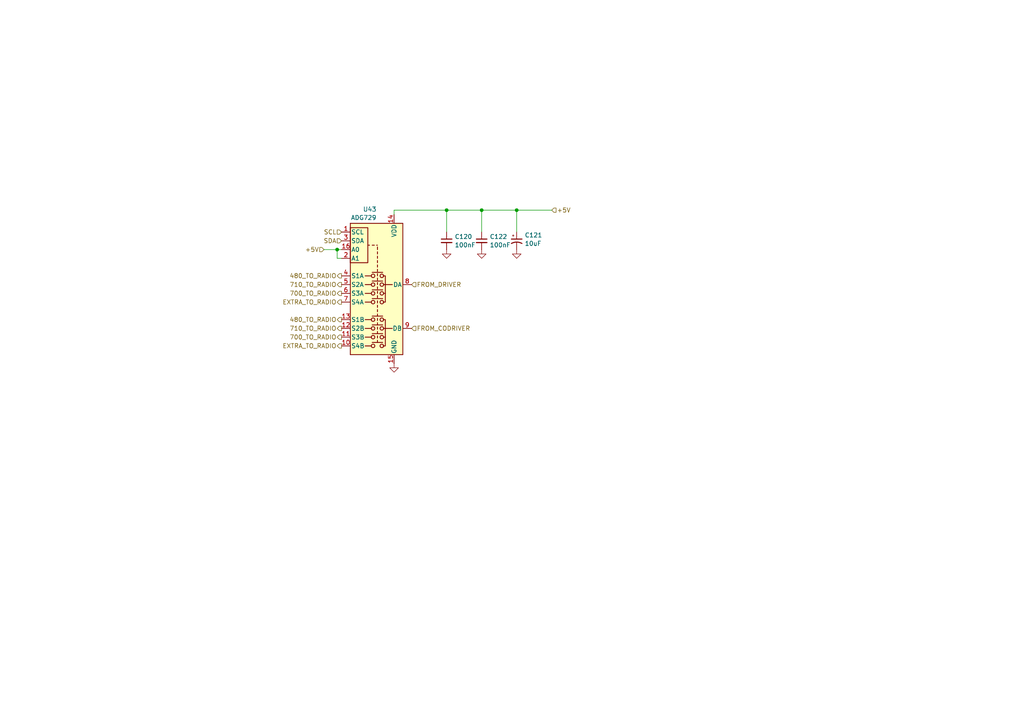
<source format=kicad_sch>
(kicad_sch (version 20250114) (generator "eeschema") (generator_version "9.0")
  (paper "A4")
  (lib_symbols
    (symbol "Analog_Switch:ADG729" (pin_names (offset 0.254))
      (property "Reference" "U" (at -7.62 20.955 0))
      (property "Value" "ADG729" (at -7.62 19.05 0))
      (symbol "ADG729_0_1"
        (rectangle (start -7.62 17.78) (end 7.62 -20.32) (stroke (width 0.254)) (fill (type background)))
        (rectangle (start -7.62 6.35) (end -2.54 16.51) (stroke (width 0.254)))
        (polyline (pts (xy -2.032 11.43) (xy -2.54 11.43)) (stroke (width 0.254)))
        (polyline (pts (xy -1.524 2.54) (xy -3.302 2.54)) (stroke (width 0.254)))
        (polyline (pts (xy -1.524 0) (xy -3.302 0)) (stroke (width 0.254)))
        (polyline (pts (xy -1.524 -2.54) (xy -3.302 -2.54)) (stroke (width 0.254)))
        (polyline (pts (xy -1.524 -5.08) (xy -3.302 -5.08)) (stroke (width 0.254)))
        (polyline (pts (xy -1.524 -10.16) (xy -3.302 -10.16)) (stroke (width 0.254)))
        (polyline (pts (xy -1.524 -12.7) (xy -3.302 -12.7)) (stroke (width 0.254)))
        (polyline (pts (xy -1.524 -15.24) (xy -3.302 -15.24)) (stroke (width 0.254)))
        (polyline (pts (xy -1.524 -17.78) (xy -3.302 -17.78)) (stroke (width 0.254)))
        (polyline (pts (xy -1.27 11.43) (xy -0.635 11.43)) (stroke (width 0.254)))
        (polyline (pts (xy -1.27 3.556) (xy 1.778 3.556)) (stroke (width 0.254)))
        (polyline (pts (xy -1.27 1.016) (xy 1.778 1.016)) (stroke (width 0.254)))
        (polyline (pts (xy -1.27 -1.524) (xy 1.778 -1.524)) (stroke (width 0.254)))
        (polyline (pts (xy -1.27 -4.064) (xy 1.778 -4.064)) (stroke (width 0.254)))
        (polyline (pts (xy -1.27 -9.144) (xy 1.778 -9.144)) (stroke (width 0.254)))
        (polyline (pts (xy -1.27 -11.684) (xy 1.778 -11.684)) (stroke (width 0.254)))
        (polyline (pts (xy -1.27 -14.224) (xy 1.778 -14.224)) (stroke (width 0.254)))
        (polyline (pts (xy -1.27 -16.764) (xy 1.778 -16.764)) (stroke (width 0.254)))
        (circle (center -1.016 2.54) (radius 0.508) (stroke (width 0.254)))
        (circle (center -1.016 0) (radius 0.508) (stroke (width 0.254)))
        (circle (center -1.016 -2.54) (radius 0.508) (stroke (width 0.254)))
        (circle (center -1.016 -5.08) (radius 0.508) (stroke (width 0.254)))
        (circle (center -1.016 -10.16) (radius 0.508) (stroke (width 0.254)))
        (circle (center -1.016 -12.7) (radius 0.508) (stroke (width 0.254)))
        (circle (center -1.016 -15.24) (radius 0.508) (stroke (width 0.254)))
        (circle (center -1.016 -17.78) (radius 0.508) (stroke (width 0.254)))
        (polyline (pts (xy 0.254 11.43) (xy 0 11.43)) (stroke (width 0.254)))
        (polyline (pts (xy 0.254 10.16) (xy 0.254 10.922)) (stroke (width 0.254)))
        (polyline (pts (xy 0.254 8.89) (xy 0.254 9.525)) (stroke (width 0.254)))
        (polyline (pts (xy 0.254 7.62) (xy 0.254 8.255)) (stroke (width 0.254)))
        (polyline (pts (xy 0.254 6.35) (xy 0.254 6.985)) (stroke (width 0.254)))
        (polyline (pts (xy 0.254 5.08) (xy 0.254 5.715)) (stroke (width 0.254)))
        (polyline (pts (xy 0.254 3.81) (xy 0.254 4.445)) (stroke (width 0.254)))
        (polyline (pts (xy 0.254 2.54) (xy 0.254 3.175)) (stroke (width 0.254)))
        (polyline (pts (xy 0.254 1.27) (xy 0.254 1.905)) (stroke (width 0.254)))
        (polyline (pts (xy 0.254 0) (xy 0.254 0.635)) (stroke (width 0.254)))
        (polyline (pts (xy 0.254 -1.27) (xy 0.254 -0.635)) (stroke (width 0.254)))
        (polyline (pts (xy 0.254 -2.54) (xy 0.254 -1.905)) (stroke (width 0.254)))
        (polyline (pts (xy 0.254 -3.81) (xy 0.254 -3.175)) (stroke (width 0.254)))
        (polyline (pts (xy 0.254 -5.334) (xy 0.254 -4.699)) (stroke (width 0.254)))
        (polyline (pts (xy 0.254 -6.604) (xy 0.254 -5.969)) (stroke (width 0.254)))
        (polyline (pts (xy 0.254 -7.874) (xy 0.254 -7.239)) (stroke (width 0.254)))
        (polyline (pts (xy 0.254 -9.144) (xy 0.254 -8.509)) (stroke (width 0.254)))
        (polyline (pts (xy 0.254 -10.414) (xy 0.254 -9.779)) (stroke (width 0.254)))
        (polyline (pts (xy 0.254 -11.684) (xy 0.254 -11.049)) (stroke (width 0.254)))
        (polyline (pts (xy 0.254 -12.954) (xy 0.254 -12.319)) (stroke (width 0.254)))
        (polyline (pts (xy 0.254 -14.224) (xy 0.254 -13.589)) (stroke (width 0.254)))
        (polyline (pts (xy 0.254 -15.494) (xy 0.254 -14.859)) (stroke (width 0.254)))
        (polyline (pts (xy 0.254 -16.764) (xy 0.254 -16.129)) (stroke (width 0.254)))
        (circle (center 1.524 2.54) (radius 0.508) (stroke (width 0.254)))
        (circle (center 1.524 0) (radius 0.508) (stroke (width 0.254)))
        (circle (center 1.524 -2.54) (radius 0.508) (stroke (width 0.254)))
        (circle (center 1.524 -5.08) (radius 0.508) (stroke (width 0.254)))
        (circle (center 1.524 -10.16) (radius 0.508) (stroke (width 0.254)))
        (circle (center 1.524 -12.7) (radius 0.508) (stroke (width 0.254)))
        (circle (center 1.524 -15.24) (radius 0.508) (stroke (width 0.254)))
        (circle (center 1.524 -17.78) (radius 0.508) (stroke (width 0.254)))
        (polyline (pts (xy 1.905 -5.08) (xy 2.54 -5.08) (xy 2.54 2.54) (xy 1.905 2.54)) (stroke (width 0.254)))
        (polyline (pts (xy 1.905 -10.16) (xy 2.54 -10.16) (xy 2.54 -17.78) (xy 1.905 -17.78)) (stroke (width 0.254)))
        (polyline (pts (xy 2.032 0) (xy 2.54 0)) (stroke (width 0.254)))
        (polyline (pts (xy 2.032 -2.54) (xy 2.54 -2.54)) (stroke (width 0.254)))
        (polyline (pts (xy 2.032 -12.7) (xy 2.54 -12.7)) (stroke (width 0.254)))
        (polyline (pts (xy 2.032 -15.24) (xy 2.54 -15.24)) (stroke (width 0.254)))
        (polyline (pts (xy 2.54 0) (xy 4.572 0)) (stroke (width 0.254)))
        (polyline (pts (xy 4.572 -12.7) (xy 2.54 -12.7)) (stroke (width 0.254)))
      )
      (symbol "ADG729_1_1"
        (pin input line (at -10.16 15.24 0) (length 2.54) (name "SCL") (number "1"))
        (pin bidirectional line (at -10.16 12.7 0) (length 2.54) (name "SDA") (number "3"))
        (pin input line (at -10.16 10.16 0) (length 2.54) (name "A0") (number "16"))
        (pin input line (at -10.16 7.62 0) (length 2.54) (name "A1") (number "2"))
        (pin bidirectional line (at -10.16 2.54 0) (length 2.54) (name "S1A") (number "4"))
        (pin bidirectional line (at -10.16 0 0) (length 2.54) (name "S2A") (number "5"))
        (pin bidirectional line (at -10.16 -2.54 0) (length 2.54) (name "S3A") (number "6"))
        (pin bidirectional line (at -10.16 -5.08 0) (length 2.54) (name "S4A") (number "7"))
        (pin bidirectional line (at -10.16 -10.16 0) (length 2.54) (name "S1B") (number "13"))
        (pin bidirectional line (at -10.16 -12.7 0) (length 2.54) (name "S2B") (number "12"))
        (pin bidirectional line (at -10.16 -15.24 0) (length 2.54) (name "S3B") (number "11"))
        (pin bidirectional line (at -10.16 -17.78 0) (length 2.54) (name "S4B") (number "10"))
        (pin power_in line (at 5.08 20.32 270) (length 2.54) (name "VDD") (number "14"))
        (pin power_in line (at 5.08 -22.86 90) (length 2.54) (name "GND") (number "15"))
        (pin bidirectional line (at 10.16 0 180) (length 2.54) (name "DA") (number "8"))
        (pin bidirectional line (at 10.16 -12.7 180) (length 2.54) (name "DB") (number "9"))
      )
    )
    (symbol "Device:C_Polarized_Small_US" (pin_numbers (hide yes)) (pin_names (offset 0.254) (hide yes))
      (property "Reference" "C" (at 0.254 1.778 0))
      (property "Value" "C_Polarized_Small_US" (at 0.254 -2.032 0))
      (symbol "C_Polarized_Small_US_0_1"
        (polyline (pts (xy -1.524 0.508) (xy 1.524 0.508)) (stroke (width 0.3048)))
        (polyline (pts (xy -1.27 1.524) (xy -0.762 1.524)))
        (polyline (pts (xy -1.016 1.27) (xy -1.016 1.778)))
        (arc (start -1.524 -0.762) (mid 0 -0.3734) (end 1.524 -0.762) (stroke (width 0.3048)))
      )
      (symbol "C_Polarized_Small_US_1_1"
        (pin passive line (at 0 2.54 270) (length 2.032) (name "~") (number "1"))
        (pin passive line (at 0 -2.54 90) (length 2.032) (name "~") (number "2"))
      )
    )
    (symbol "Device:C_Small" (pin_numbers (hide yes)) (pin_names (offset 0.254) (hide yes))
      (property "Reference" "C" (at 0.254 1.778 0))
      (property "Value" "C_Small" (at 0.254 -2.032 0))
      (symbol "C_Small_0_1"
        (polyline (pts (xy -1.524 0.508) (xy 1.524 0.508)) (stroke (width 0.3048)))
        (polyline (pts (xy -1.524 -0.508) (xy 1.524 -0.508)) (stroke (width 0.3302)))
      )
      (symbol "C_Small_1_1"
        (pin passive line (at 0 2.54 270) (length 2.032) (name "~") (number "1"))
        (pin passive line (at 0 -2.54 90) (length 2.032) (name "~") (number "2"))
      )
    )
    (symbol "power:GND" (power) (pin_numbers (hide yes)) (pin_names (offset 0) (hide yes))
      (property "Value" "GND" (at 0 -3.81 0))
      (symbol "GND_0_1"
        (polyline (pts (xy 0 0) (xy 0 -1.27) (xy 1.27 -1.27) (xy 0 -2.54) (xy -1.27 -1.27) (xy 0 -1.27)))
      )
      (symbol "GND_1_1"
        (pin power_in line (at 0 0 270) (length 0) (name "~") (number "1"))
      )
    )
  )
  (junction (at 97.79 72.39))
  (junction (at 129.54 60.96))
  (junction (at 139.7 60.96))
  (junction (at 149.86 60.96))
  (wire (pts (xy 97.79 74.93) (xy 99.06 74.93)))
  (wire (pts (xy 129.54 60.96) (xy 114.3 60.96)))
  (wire (pts (xy 160.02 60.96) (xy 149.86 60.96)))
  (wire (pts (xy 93.98 72.39) (xy 97.79 72.39)))
  (wire (pts (xy 139.7 60.96) (xy 139.7 67.31)))
  (wire (pts (xy 139.7 60.96) (xy 129.54 60.96)))
  (wire (pts (xy 97.79 72.39) (xy 97.79 74.93)))
  (wire (pts (xy 149.86 60.96) (xy 149.86 67.31)))
  (wire (pts (xy 114.3 60.96) (xy 114.3 62.23)))
  (wire (pts (xy 149.86 60.96) (xy 139.7 60.96)))
  (wire (pts (xy 129.54 60.96) (xy 129.54 67.31)))
  (wire (pts (xy 97.79 72.39) (xy 99.06 72.39)))
  (hierarchical_label "700_TO_RADIO" (shape output) (at 99.06 97.79 180))
  (hierarchical_label "480_TO_RADIO" (shape output) (at 99.06 92.71 180))
  (hierarchical_label "SDA" (shape input) (at 99.06 69.85 180))
  (hierarchical_label "710_TO_RADIO" (shape output) (at 99.06 95.25 180))
  (hierarchical_label "+5V" (shape input) (at 93.98 72.39 180))
  (hierarchical_label "EXTRA_TO_RADIO" (shape output) (at 99.06 100.33 180))
  (hierarchical_label "+5V" (shape input) (at 160.02 60.96 0))
  (hierarchical_label "FROM_CODRIVER" (shape input) (at 119.38 95.25 0))
  (hierarchical_label "FROM_DRIVER" (shape input) (at 119.38 82.55 0))
  (hierarchical_label "710_TO_RADIO" (shape output) (at 99.06 82.55 180))
  (hierarchical_label "EXTRA_TO_RADIO" (shape output) (at 99.06 87.63 180))
  (hierarchical_label "SCL" (shape input) (at 99.06 67.31 180))
  (hierarchical_label "700_TO_RADIO" (shape output) (at 99.06 85.09 180))
  (hierarchical_label "480_TO_RADIO" (shape output) (at 99.06 80.01 180))
  (symbol (lib_id "power:GND") (at 139.7 72.39 0) (unit 1)
    (property "Reference" "#PWR0264" (effects (hide yes)))
    (property "Value" "GND" (effects (hide yes)))
    (property "Description" "Power symbol creates a global label with name \"GND\" , ground" (effects (hide yes)))
  )
  (symbol (lib_id "Device:C_Small") (at 129.54 69.85 0) (unit 1)
    (property "Reference" "C120" (at 131.8641 68.6441 0) (effects (justify left)))
    (property "Value" "100nF" (at 131.8641 71.0684 0) (effects (justify left)))
    (property "Description" "Unpolarized capacitor, small symbol" (effects (hide yes)))
  )
  (symbol (lib_id "Analog_Switch:ADG729") (at 109.22 82.55 0) (unit 1)
    (property "Reference" "U43" (at 109.22 60.706 0) (effects (justify right)))
    (property "Value" "ADG729" (at 109.22 63.1303 0) (effects (justify right)))
    (property "Footprint" "Package_SO:TSSOP-16_4.4x5mm_P0.65mm" (effects (hide yes)))
    (property "Datasheet" "https://www.analog.com/media/en/technical-documentation/data-sheets/ADG728_729.pdf" (effects (hide yes)))
    (property "Description" "Dual 4-to-1 CMOS Low Voltage 2-Wire Serially Controlled, Matrix Switches" (effects (hide yes)))
  )
  (symbol (lib_id "power:GND") (at 114.3 105.41 0) (unit 1)
    (property "Reference" "#PWR0237" (effects (hide yes)))
    (property "Value" "GND" (effects (hide yes)))
    (property "Description" "Power symbol creates a global label with name \"GND\" , ground" (effects (hide yes)))
  )
  (symbol (lib_id "power:GND") (at 129.54 72.39 0) (unit 1)
    (property "Reference" "#PWR0263" (effects (hide yes)))
    (property "Value" "GND" (effects (hide yes)))
    (property "Description" "Power symbol creates a global label with name \"GND\" , ground" (effects (hide yes)))
  )
  (symbol (lib_id "Device:C_Small") (at 139.7 69.85 0) (unit 1)
    (property "Reference" "C122" (at 142.0241 68.6441 0) (effects (justify left)))
    (property "Value" "100nF" (at 142.0241 71.0684 0) (effects (justify left)))
    (property "Description" "Unpolarized capacitor, small symbol" (effects (hide yes)))
  )
  (symbol (lib_id "Device:C_Polarized_Small_US") (at 149.86 69.85 0) (unit 1)
    (property "Reference" "C121" (at 152.1714 68.206 0) (effects (justify left)))
    (property "Value" "10uF" (at 152.1714 70.6303 0) (effects (justify left)))
    (property "Description" "Polarized capacitor, small US symbol" (effects (hide yes)))
  )
  (symbol (lib_id "power:GND") (at 149.86 72.39 0) (unit 1)
    (property "Reference" "#PWR0238" (effects (hide yes)))
    (property "Value" "GND" (effects (hide yes)))
    (property "Description" "Power symbol creates a global label with name \"GND\" , ground" (effects (hide yes)))
  )
)
</source>
